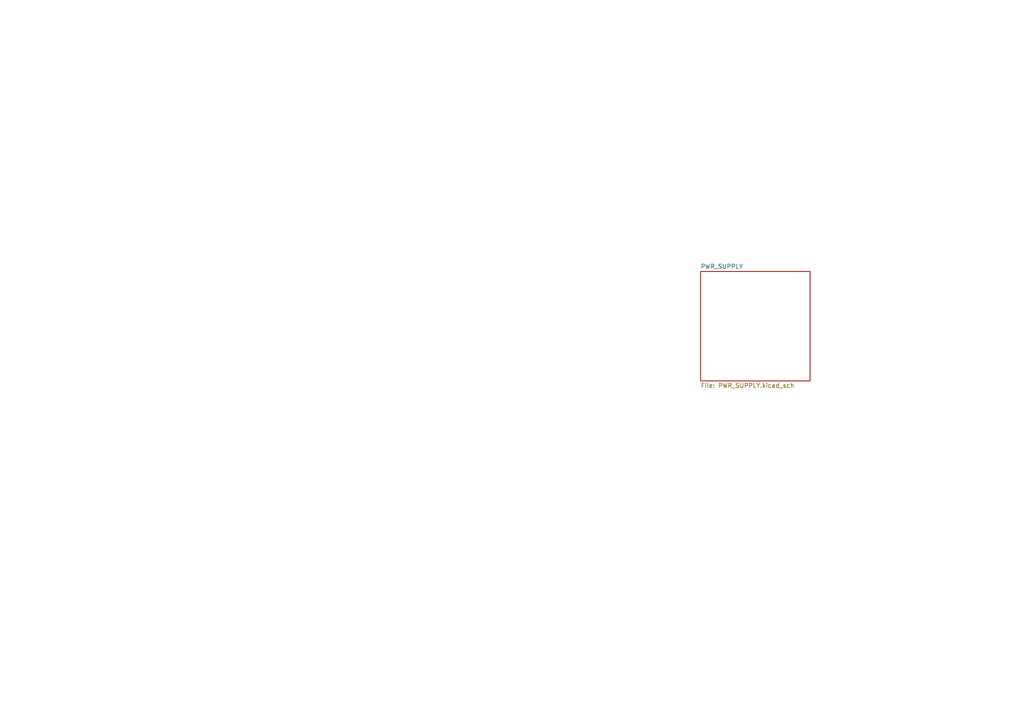
<source format=kicad_sch>
(kicad_sch
	(version 20231120)
	(generator "eeschema")
	(generator_version "8.0")
	(uuid "1c918bbf-8253-49a4-bda1-5ad909bd8f23")
	(paper "A4")
	(lib_symbols)
	(sheet
		(at 203.2 78.74)
		(size 31.75 31.75)
		(fields_autoplaced yes)
		(stroke
			(width 0.1524)
			(type solid)
		)
		(fill
			(color 0 0 0 0.0000)
		)
		(uuid "4d2d092b-17ea-438b-9072-70292a88c388")
		(property "Sheetname" "PWR_SUPPLY"
			(at 203.2 78.0284 0)
			(effects
				(font
					(size 1.27 1.27)
				)
				(justify left bottom)
			)
		)
		(property "Sheetfile" "PWR_SUPPLY.kicad_sch"
			(at 203.2 111.0746 0)
			(effects
				(font
					(size 1.27 1.27)
				)
				(justify left top)
			)
		)
		(instances
			(project "MPU_PC_Board"
				(path "/1c918bbf-8253-49a4-bda1-5ad909bd8f23"
					(page "2")
				)
			)
		)
	)
	(sheet_instances
		(path "/"
			(page "1")
		)
	)
)
</source>
